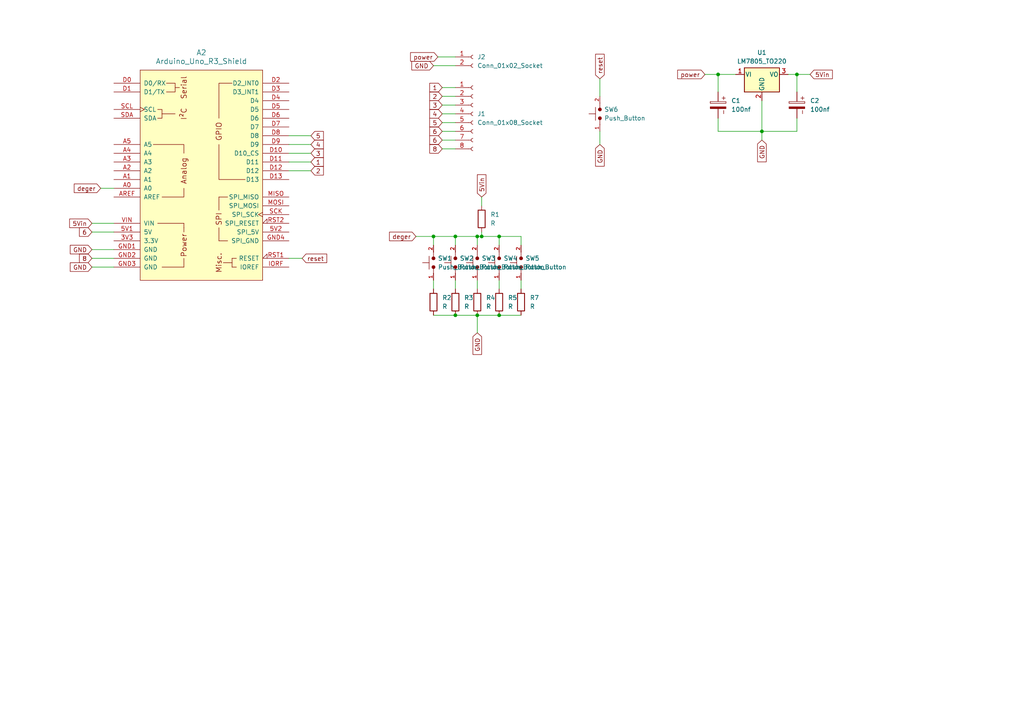
<source format=kicad_sch>
(kicad_sch (version 20230121) (generator eeschema)

  (uuid 2f6edd1a-f5f4-4feb-8b3b-cf0a9fde7d3d)

  (paper "A4")

  (lib_symbols
    (symbol "Connector:Conn_01x02_Socket" (pin_names (offset 1.016) hide) (in_bom yes) (on_board yes)
      (property "Reference" "J" (at 0 2.54 0)
        (effects (font (size 1.27 1.27)))
      )
      (property "Value" "Conn_01x02_Socket" (at 0 -5.08 0)
        (effects (font (size 1.27 1.27)))
      )
      (property "Footprint" "" (at 0 0 0)
        (effects (font (size 1.27 1.27)) hide)
      )
      (property "Datasheet" "~" (at 0 0 0)
        (effects (font (size 1.27 1.27)) hide)
      )
      (property "ki_locked" "" (at 0 0 0)
        (effects (font (size 1.27 1.27)))
      )
      (property "ki_keywords" "connector" (at 0 0 0)
        (effects (font (size 1.27 1.27)) hide)
      )
      (property "ki_description" "Generic connector, single row, 01x02, script generated" (at 0 0 0)
        (effects (font (size 1.27 1.27)) hide)
      )
      (property "ki_fp_filters" "Connector*:*_1x??_*" (at 0 0 0)
        (effects (font (size 1.27 1.27)) hide)
      )
      (symbol "Conn_01x02_Socket_1_1"
        (arc (start 0 -2.032) (mid -0.5058 -2.54) (end 0 -3.048)
          (stroke (width 0.1524) (type default))
          (fill (type none))
        )
        (polyline
          (pts
            (xy -1.27 -2.54)
            (xy -0.508 -2.54)
          )
          (stroke (width 0.1524) (type default))
          (fill (type none))
        )
        (polyline
          (pts
            (xy -1.27 0)
            (xy -0.508 0)
          )
          (stroke (width 0.1524) (type default))
          (fill (type none))
        )
        (arc (start 0 0.508) (mid -0.5058 0) (end 0 -0.508)
          (stroke (width 0.1524) (type default))
          (fill (type none))
        )
        (pin passive line (at -5.08 0 0) (length 3.81)
          (name "Pin_1" (effects (font (size 1.27 1.27))))
          (number "1" (effects (font (size 1.27 1.27))))
        )
        (pin passive line (at -5.08 -2.54 0) (length 3.81)
          (name "Pin_2" (effects (font (size 1.27 1.27))))
          (number "2" (effects (font (size 1.27 1.27))))
        )
      )
    )
    (symbol "Connector:Conn_01x08_Socket" (pin_names (offset 1.016) hide) (in_bom yes) (on_board yes)
      (property "Reference" "J" (at 0 10.16 0)
        (effects (font (size 1.27 1.27)))
      )
      (property "Value" "Conn_01x08_Socket" (at 0 -12.7 0)
        (effects (font (size 1.27 1.27)))
      )
      (property "Footprint" "" (at 0 0 0)
        (effects (font (size 1.27 1.27)) hide)
      )
      (property "Datasheet" "~" (at 0 0 0)
        (effects (font (size 1.27 1.27)) hide)
      )
      (property "ki_locked" "" (at 0 0 0)
        (effects (font (size 1.27 1.27)))
      )
      (property "ki_keywords" "connector" (at 0 0 0)
        (effects (font (size 1.27 1.27)) hide)
      )
      (property "ki_description" "Generic connector, single row, 01x08, script generated" (at 0 0 0)
        (effects (font (size 1.27 1.27)) hide)
      )
      (property "ki_fp_filters" "Connector*:*_1x??_*" (at 0 0 0)
        (effects (font (size 1.27 1.27)) hide)
      )
      (symbol "Conn_01x08_Socket_1_1"
        (arc (start 0 -9.652) (mid -0.5058 -10.16) (end 0 -10.668)
          (stroke (width 0.1524) (type default))
          (fill (type none))
        )
        (arc (start 0 -7.112) (mid -0.5058 -7.62) (end 0 -8.128)
          (stroke (width 0.1524) (type default))
          (fill (type none))
        )
        (arc (start 0 -4.572) (mid -0.5058 -5.08) (end 0 -5.588)
          (stroke (width 0.1524) (type default))
          (fill (type none))
        )
        (arc (start 0 -2.032) (mid -0.5058 -2.54) (end 0 -3.048)
          (stroke (width 0.1524) (type default))
          (fill (type none))
        )
        (polyline
          (pts
            (xy -1.27 -10.16)
            (xy -0.508 -10.16)
          )
          (stroke (width 0.1524) (type default))
          (fill (type none))
        )
        (polyline
          (pts
            (xy -1.27 -7.62)
            (xy -0.508 -7.62)
          )
          (stroke (width 0.1524) (type default))
          (fill (type none))
        )
        (polyline
          (pts
            (xy -1.27 -5.08)
            (xy -0.508 -5.08)
          )
          (stroke (width 0.1524) (type default))
          (fill (type none))
        )
        (polyline
          (pts
            (xy -1.27 -2.54)
            (xy -0.508 -2.54)
          )
          (stroke (width 0.1524) (type default))
          (fill (type none))
        )
        (polyline
          (pts
            (xy -1.27 0)
            (xy -0.508 0)
          )
          (stroke (width 0.1524) (type default))
          (fill (type none))
        )
        (polyline
          (pts
            (xy -1.27 2.54)
            (xy -0.508 2.54)
          )
          (stroke (width 0.1524) (type default))
          (fill (type none))
        )
        (polyline
          (pts
            (xy -1.27 5.08)
            (xy -0.508 5.08)
          )
          (stroke (width 0.1524) (type default))
          (fill (type none))
        )
        (polyline
          (pts
            (xy -1.27 7.62)
            (xy -0.508 7.62)
          )
          (stroke (width 0.1524) (type default))
          (fill (type none))
        )
        (arc (start 0 0.508) (mid -0.5058 0) (end 0 -0.508)
          (stroke (width 0.1524) (type default))
          (fill (type none))
        )
        (arc (start 0 3.048) (mid -0.5058 2.54) (end 0 2.032)
          (stroke (width 0.1524) (type default))
          (fill (type none))
        )
        (arc (start 0 5.588) (mid -0.5058 5.08) (end 0 4.572)
          (stroke (width 0.1524) (type default))
          (fill (type none))
        )
        (arc (start 0 8.128) (mid -0.5058 7.62) (end 0 7.112)
          (stroke (width 0.1524) (type default))
          (fill (type none))
        )
        (pin passive line (at -5.08 7.62 0) (length 3.81)
          (name "Pin_1" (effects (font (size 1.27 1.27))))
          (number "1" (effects (font (size 1.27 1.27))))
        )
        (pin passive line (at -5.08 5.08 0) (length 3.81)
          (name "Pin_2" (effects (font (size 1.27 1.27))))
          (number "2" (effects (font (size 1.27 1.27))))
        )
        (pin passive line (at -5.08 2.54 0) (length 3.81)
          (name "Pin_3" (effects (font (size 1.27 1.27))))
          (number "3" (effects (font (size 1.27 1.27))))
        )
        (pin passive line (at -5.08 0 0) (length 3.81)
          (name "Pin_4" (effects (font (size 1.27 1.27))))
          (number "4" (effects (font (size 1.27 1.27))))
        )
        (pin passive line (at -5.08 -2.54 0) (length 3.81)
          (name "Pin_5" (effects (font (size 1.27 1.27))))
          (number "5" (effects (font (size 1.27 1.27))))
        )
        (pin passive line (at -5.08 -5.08 0) (length 3.81)
          (name "Pin_6" (effects (font (size 1.27 1.27))))
          (number "6" (effects (font (size 1.27 1.27))))
        )
        (pin passive line (at -5.08 -7.62 0) (length 3.81)
          (name "Pin_7" (effects (font (size 1.27 1.27))))
          (number "7" (effects (font (size 1.27 1.27))))
        )
        (pin passive line (at -5.08 -10.16 0) (length 3.81)
          (name "Pin_8" (effects (font (size 1.27 1.27))))
          (number "8" (effects (font (size 1.27 1.27))))
        )
      )
    )
    (symbol "Device:R" (pin_numbers hide) (pin_names (offset 0)) (in_bom yes) (on_board yes)
      (property "Reference" "R" (at 2.032 0 90)
        (effects (font (size 1.27 1.27)))
      )
      (property "Value" "R" (at 0 0 90)
        (effects (font (size 1.27 1.27)))
      )
      (property "Footprint" "" (at -1.778 0 90)
        (effects (font (size 1.27 1.27)) hide)
      )
      (property "Datasheet" "~" (at 0 0 0)
        (effects (font (size 1.27 1.27)) hide)
      )
      (property "ki_keywords" "R res resistor" (at 0 0 0)
        (effects (font (size 1.27 1.27)) hide)
      )
      (property "ki_description" "Resistor" (at 0 0 0)
        (effects (font (size 1.27 1.27)) hide)
      )
      (property "ki_fp_filters" "R_*" (at 0 0 0)
        (effects (font (size 1.27 1.27)) hide)
      )
      (symbol "R_0_1"
        (rectangle (start -1.016 -2.54) (end 1.016 2.54)
          (stroke (width 0.254) (type default))
          (fill (type none))
        )
      )
      (symbol "R_1_1"
        (pin passive line (at 0 3.81 270) (length 1.27)
          (name "~" (effects (font (size 1.27 1.27))))
          (number "1" (effects (font (size 1.27 1.27))))
        )
        (pin passive line (at 0 -3.81 90) (length 1.27)
          (name "~" (effects (font (size 1.27 1.27))))
          (number "2" (effects (font (size 1.27 1.27))))
        )
      )
    )
    (symbol "PCM_SL_Capacitors:220uF_16V" (in_bom yes) (on_board yes)
      (property "Reference" "C" (at 0 7.62 0)
        (effects (font (size 1.27 1.27)))
      )
      (property "Value" "220uF_16V" (at 0 5.08 0)
        (effects (font (size 1.27 1.27)))
      )
      (property "Footprint" "Capacitor_THT:CP_Radial_D8.0mm_P3.50mm" (at 0.762 -3.81 0)
        (effects (font (size 1.27 1.27)) hide)
      )
      (property "Datasheet" "" (at 0.508 0 0)
        (effects (font (size 1.27 1.27)) hide)
      )
      (property "ki_keywords" "Electrolytic Capacitor" (at 0 0 0)
        (effects (font (size 1.27 1.27)) hide)
      )
      (property "ki_description" "220uF, 16V Electrolytic Capacitor" (at 0 0 0)
        (effects (font (size 1.27 1.27)) hide)
      )
      (property "ki_fp_filters" "Capacitor_THT:CP_Radial_D5.0mm_* Capacitor_THT:CP_Radial_D4.0mm_* Capacitor_THT:CP_Radial_D6.3mm_* Capacitor_THT:CP_Radial_D7.5mm_* Capacitor_THT:CP_Radial_D8.0mm_* Capacitor_THT:CP_Radial_D10.0mm_* Capacitor_THT:CP_Radial_D14.0mm_* Capacitor_THT:CP_Radial_D16.0mm_* Capacitor_THT:CP_Radial_D18.0mm_*" (at 0 0 0)
        (effects (font (size 1.27 1.27)) hide)
      )
      (symbol "220uF_16V_0_0"
        (text "+" (at -2.032 1.524 0)
          (effects (font (size 1.27 1.27)))
        )
        (text "-" (at 2.032 1.524 0)
          (effects (font (size 1.27 1.27)))
        )
      )
      (symbol "220uF_16V_0_1"
        (rectangle (start -1.016 -2.286) (end -0.508 2.286)
          (stroke (width 0) (type default))
          (fill (type none))
        )
        (rectangle (start 0.508 -2.286) (end 1.016 2.286)
          (stroke (width 0) (type default))
          (fill (type outline))
        )
      )
      (symbol "220uF_16V_1_1"
        (pin passive line (at -3.81 0 0) (length 2.7)
          (name "~" (effects (font (size 0 0))))
          (number "1" (effects (font (size 0 0))))
        )
        (pin input line (at 3.81 0 180) (length 2.7)
          (name "~" (effects (font (size 0 0))))
          (number "2" (effects (font (size 0 0))))
        )
      )
    )
    (symbol "PCM_SL_Devices:Push_Button" (in_bom yes) (on_board yes)
      (property "Reference" "SW" (at 0 6.35 0)
        (effects (font (size 1.27 1.27)))
      )
      (property "Value" "Push_Button" (at 0 4.445 0)
        (effects (font (size 1.27 1.27)))
      )
      (property "Footprint" "Button_Switch_THT:SW_PUSH_6mm" (at -0.127 -3.175 0)
        (effects (font (size 1.27 1.27)) hide)
      )
      (property "Datasheet" "" (at 0 0 0)
        (effects (font (size 1.27 1.27)) hide)
      )
      (property "ki_keywords" "Switch" (at 0 0 0)
        (effects (font (size 1.27 1.27)) hide)
      )
      (property "ki_description" "Common 6mmx6mm Push Button" (at 0 0 0)
        (effects (font (size 1.27 1.27)) hide)
      )
      (symbol "Push_Button_0_1"
        (circle (center -1.27 0) (radius 0.4579)
          (stroke (width 0) (type default))
          (fill (type outline))
        )
        (polyline
          (pts
            (xy -3.175 0)
            (xy -1.778 0)
          )
          (stroke (width 0) (type default))
          (fill (type none))
        )
        (polyline
          (pts
            (xy -1.905 1.27)
            (xy 1.905 1.27)
          )
          (stroke (width 0) (type default))
          (fill (type none))
        )
        (polyline
          (pts
            (xy 0 1.27)
            (xy 0 3.175)
          )
          (stroke (width 0) (type default))
          (fill (type none))
        )
        (polyline
          (pts
            (xy 1.778 0)
            (xy 3.175 0)
          )
          (stroke (width 0) (type default))
          (fill (type none))
        )
        (circle (center 1.27 0) (radius 0.4579)
          (stroke (width 0) (type default))
          (fill (type outline))
        )
      )
      (symbol "Push_Button_1_1"
        (pin passive line (at -5.08 0 0) (length 2)
          (name "" (effects (font (size 1.27 1.27))))
          (number "1" (effects (font (size 1 1))))
        )
        (pin passive line (at 5.08 0 180) (length 2)
          (name "" (effects (font (size 1.27 1.27))))
          (number "2" (effects (font (size 1 1))))
        )
      )
    )
    (symbol "PCM_arduino-library:Arduino_Uno_R3_Shield" (pin_names (offset 1.016)) (in_bom yes) (on_board yes)
      (property "Reference" "A" (at 0 36.83 0)
        (effects (font (size 1.524 1.524)))
      )
      (property "Value" "Arduino_Uno_R3_Shield" (at 0 33.02 0)
        (effects (font (size 1.524 1.524)))
      )
      (property "Footprint" "PCM_arduino-library:Arduino_Uno_R3_Shield" (at 0 -38.1 0)
        (effects (font (size 1.524 1.524)) hide)
      )
      (property "Datasheet" "https://docs.arduino.cc/hardware/uno-rev3" (at 0 -34.29 0)
        (effects (font (size 1.524 1.524)) hide)
      )
      (property "ki_keywords" "Arduino MPU Shield" (at 0 0 0)
        (effects (font (size 1.27 1.27)) hide)
      )
      (property "ki_description" "Shield for Arduino Uno R3" (at 0 0 0)
        (effects (font (size 1.27 1.27)) hide)
      )
      (property "ki_fp_filters" "Arduino_Uno_R3_Shield" (at 0 0 0)
        (effects (font (size 1.27 1.27)) hide)
      )
      (symbol "Arduino_Uno_R3_Shield_0_0"
        (rectangle (start -17.78 30.48) (end 17.78 -30.48)
          (stroke (width 0) (type default))
          (fill (type background))
        )
        (rectangle (start -12.7 -13.97) (end -5.08 -13.97)
          (stroke (width 0) (type default))
          (fill (type none))
        )
        (rectangle (start -11.43 -26.67) (end -5.08 -26.67)
          (stroke (width 0) (type default))
          (fill (type none))
        )
        (polyline
          (pts
            (xy -11.43 17.78)
            (xy -7.62 17.78)
          )
          (stroke (width 0) (type default))
          (fill (type none))
        )
        (polyline
          (pts
            (xy -7.62 25.4)
            (xy -6.35 25.4)
          )
          (stroke (width 0) (type default))
          (fill (type none))
        )
        (polyline
          (pts
            (xy -5.08 -26.67)
            (xy -5.08 -24.13)
          )
          (stroke (width 0) (type default))
          (fill (type none))
        )
        (polyline
          (pts
            (xy -5.08 -15.24)
            (xy -5.08 -16.51)
          )
          (stroke (width 0) (type default))
          (fill (type none))
        )
        (polyline
          (pts
            (xy -5.08 -13.97)
            (xy -5.08 -15.24)
          )
          (stroke (width 0) (type default))
          (fill (type none))
        )
        (polyline
          (pts
            (xy -5.08 -3.81)
            (xy -5.08 -6.35)
            (xy -11.43 -6.35)
          )
          (stroke (width 0) (type default))
          (fill (type none))
        )
        (polyline
          (pts
            (xy -5.08 6.35)
            (xy -5.08 8.89)
            (xy -13.97 8.89)
          )
          (stroke (width 0) (type default))
          (fill (type none))
        )
        (polyline
          (pts
            (xy 5.08 8.89)
            (xy 5.08 -1.27)
            (xy 12.7 -1.27)
          )
          (stroke (width 0) (type default))
          (fill (type none))
        )
        (polyline
          (pts
            (xy 5.08 16.51)
            (xy 5.08 26.67)
            (xy 8.89 26.67)
          )
          (stroke (width 0) (type default))
          (fill (type none))
        )
        (polyline
          (pts
            (xy -12.7 19.05)
            (xy -11.43 19.05)
            (xy -11.43 16.51)
            (xy -12.7 16.51)
          )
          (stroke (width 0) (type default))
          (fill (type none))
        )
        (polyline
          (pts
            (xy -10.16 26.67)
            (xy -7.62 26.67)
            (xy -7.62 24.13)
            (xy -10.16 24.13)
          )
          (stroke (width 0) (type default))
          (fill (type none))
        )
        (rectangle (start 5.08 -19.05) (end 5.08 -15.24)
          (stroke (width 0) (type default))
          (fill (type none))
        )
        (rectangle (start 5.08 -19.05) (end 7.62 -19.05)
          (stroke (width 0) (type default))
          (fill (type none))
        )
        (rectangle (start 5.08 -10.16) (end 5.08 -6.35)
          (stroke (width 0) (type default))
          (fill (type none))
        )
        (rectangle (start 7.62 -6.35) (end 5.08 -6.35)
          (stroke (width 0) (type default))
          (fill (type none))
        )
        (rectangle (start 8.89 -25.4) (end 6.35 -25.4)
          (stroke (width 0) (type default))
          (fill (type none))
        )
        (rectangle (start 8.89 -24.13) (end 8.89 -26.67)
          (stroke (width 0) (type default))
          (fill (type none))
        )
        (rectangle (start 10.16 -26.67) (end 8.89 -26.67)
          (stroke (width 0) (type default))
          (fill (type none))
        )
        (rectangle (start 10.16 -24.13) (end 8.89 -24.13)
          (stroke (width 0) (type default))
          (fill (type none))
        )
        (text "Analog" (at -5.08 1.27 900)
          (effects (font (size 1.524 1.524)))
        )
        (text "I²C" (at -5.08 17.78 900)
          (effects (font (size 1.524 1.524)))
        )
        (text "Misc." (at 5.08 -25.4 900)
          (effects (font (size 1.524 1.524)))
        )
        (text "Power" (at -5.08 -20.32 900)
          (effects (font (size 1.524 1.524)))
        )
        (text "Serial" (at -5.08 25.4 900)
          (effects (font (size 1.524 1.524)))
        )
        (text "SPI" (at 5.08 -12.7 900)
          (effects (font (size 1.524 1.524)))
        )
      )
      (symbol "Arduino_Uno_R3_Shield_1_0"
        (text "GPIO" (at 5.08 12.7 900)
          (effects (font (size 1.524 1.524)))
        )
      )
      (symbol "Arduino_Uno_R3_Shield_1_1"
        (pin power_out line (at -25.4 -19.05 0) (length 7.62)
          (name "3.3V" (effects (font (size 1.27 1.27))))
          (number "3V3" (effects (font (size 1.27 1.27))))
        )
        (pin power_in line (at -25.4 -16.51 0) (length 7.62)
          (name "5V" (effects (font (size 1.27 1.27))))
          (number "5V1" (effects (font (size 1.27 1.27))))
        )
        (pin power_in line (at 25.4 -16.51 180) (length 7.62)
          (name "SPI_5V" (effects (font (size 1.27 1.27))))
          (number "5V2" (effects (font (size 1.27 1.27))))
        )
        (pin bidirectional line (at -25.4 -3.81 0) (length 7.62)
          (name "A0" (effects (font (size 1.27 1.27))))
          (number "A0" (effects (font (size 1.27 1.27))))
        )
        (pin bidirectional line (at -25.4 -1.27 0) (length 7.62)
          (name "A1" (effects (font (size 1.27 1.27))))
          (number "A1" (effects (font (size 1.27 1.27))))
        )
        (pin bidirectional line (at -25.4 1.27 0) (length 7.62)
          (name "A2" (effects (font (size 1.27 1.27))))
          (number "A2" (effects (font (size 1.27 1.27))))
        )
        (pin bidirectional line (at -25.4 3.81 0) (length 7.62)
          (name "A3" (effects (font (size 1.27 1.27))))
          (number "A3" (effects (font (size 1.27 1.27))))
        )
        (pin bidirectional line (at -25.4 6.35 0) (length 7.62)
          (name "A4" (effects (font (size 1.27 1.27))))
          (number "A4" (effects (font (size 1.27 1.27))))
        )
        (pin bidirectional line (at -25.4 8.89 0) (length 7.62)
          (name "A5" (effects (font (size 1.27 1.27))))
          (number "A5" (effects (font (size 1.27 1.27))))
        )
        (pin input line (at -25.4 -6.35 0) (length 7.62)
          (name "AREF" (effects (font (size 1.27 1.27))))
          (number "AREF" (effects (font (size 1.27 1.27))))
        )
        (pin bidirectional line (at -25.4 26.67 0) (length 7.62)
          (name "D0/RX" (effects (font (size 1.27 1.27))))
          (number "D0" (effects (font (size 1.27 1.27))))
        )
        (pin bidirectional line (at -25.4 24.13 0) (length 7.62)
          (name "D1/TX" (effects (font (size 1.27 1.27))))
          (number "D1" (effects (font (size 1.27 1.27))))
        )
        (pin bidirectional line (at 25.4 6.35 180) (length 7.62)
          (name "D10_CS" (effects (font (size 1.27 1.27))))
          (number "D10" (effects (font (size 1.27 1.27))))
        )
        (pin bidirectional line (at 25.4 3.81 180) (length 7.62)
          (name "D11" (effects (font (size 1.27 1.27))))
          (number "D11" (effects (font (size 1.27 1.27))))
        )
        (pin bidirectional line (at 25.4 1.27 180) (length 7.62)
          (name "D12" (effects (font (size 1.27 1.27))))
          (number "D12" (effects (font (size 1.27 1.27))))
        )
        (pin bidirectional line (at 25.4 -1.27 180) (length 7.62)
          (name "D13" (effects (font (size 1.27 1.27))))
          (number "D13" (effects (font (size 1.27 1.27))))
        )
        (pin bidirectional line (at 25.4 26.67 180) (length 7.62)
          (name "D2_INT0" (effects (font (size 1.27 1.27))))
          (number "D2" (effects (font (size 1.27 1.27))))
        )
        (pin bidirectional line (at 25.4 24.13 180) (length 7.62)
          (name "D3_INT1" (effects (font (size 1.27 1.27))))
          (number "D3" (effects (font (size 1.27 1.27))))
        )
        (pin bidirectional line (at 25.4 21.59 180) (length 7.62)
          (name "D4" (effects (font (size 1.27 1.27))))
          (number "D4" (effects (font (size 1.27 1.27))))
        )
        (pin bidirectional line (at 25.4 19.05 180) (length 7.62)
          (name "D5" (effects (font (size 1.27 1.27))))
          (number "D5" (effects (font (size 1.27 1.27))))
        )
        (pin bidirectional line (at 25.4 16.51 180) (length 7.62)
          (name "D6" (effects (font (size 1.27 1.27))))
          (number "D6" (effects (font (size 1.27 1.27))))
        )
        (pin bidirectional line (at 25.4 13.97 180) (length 7.62)
          (name "D7" (effects (font (size 1.27 1.27))))
          (number "D7" (effects (font (size 1.27 1.27))))
        )
        (pin bidirectional line (at 25.4 11.43 180) (length 7.62)
          (name "D8" (effects (font (size 1.27 1.27))))
          (number "D8" (effects (font (size 1.27 1.27))))
        )
        (pin bidirectional line (at 25.4 8.89 180) (length 7.62)
          (name "D9" (effects (font (size 1.27 1.27))))
          (number "D9" (effects (font (size 1.27 1.27))))
        )
        (pin power_in line (at -25.4 -21.59 0) (length 7.62)
          (name "GND" (effects (font (size 1.27 1.27))))
          (number "GND1" (effects (font (size 1.27 1.27))))
        )
        (pin power_in line (at -25.4 -24.13 0) (length 7.62)
          (name "GND" (effects (font (size 1.27 1.27))))
          (number "GND2" (effects (font (size 1.27 1.27))))
        )
        (pin power_in line (at -25.4 -26.67 0) (length 7.62)
          (name "GND" (effects (font (size 1.27 1.27))))
          (number "GND3" (effects (font (size 1.27 1.27))))
        )
        (pin power_in line (at 25.4 -19.05 180) (length 7.62)
          (name "SPI_GND" (effects (font (size 1.27 1.27))))
          (number "GND4" (effects (font (size 1.27 1.27))))
        )
        (pin output line (at 25.4 -26.67 180) (length 7.62)
          (name "IOREF" (effects (font (size 1.27 1.27))))
          (number "IORF" (effects (font (size 1.27 1.27))))
        )
        (pin input line (at 25.4 -6.35 180) (length 7.62)
          (name "SPI_MISO" (effects (font (size 1.27 1.27))))
          (number "MISO" (effects (font (size 1.27 1.27))))
        )
        (pin output line (at 25.4 -8.89 180) (length 7.62)
          (name "SPI_MOSI" (effects (font (size 1.27 1.27))))
          (number "MOSI" (effects (font (size 1.27 1.27))))
        )
        (pin open_collector input_low (at 25.4 -24.13 180) (length 7.62)
          (name "RESET" (effects (font (size 1.27 1.27))))
          (number "RST1" (effects (font (size 1.27 1.27))))
        )
        (pin open_collector input_low (at 25.4 -13.97 180) (length 7.62)
          (name "SPI_RESET" (effects (font (size 1.27 1.27))))
          (number "RST2" (effects (font (size 1.27 1.27))))
        )
        (pin output clock (at 25.4 -11.43 180) (length 7.62)
          (name "SPI_SCK" (effects (font (size 1.27 1.27))))
          (number "SCK" (effects (font (size 1.27 1.27))))
        )
        (pin bidirectional clock (at -25.4 19.05 0) (length 7.62)
          (name "SCL" (effects (font (size 1.27 1.27))))
          (number "SCL" (effects (font (size 1.27 1.27))))
        )
        (pin bidirectional line (at -25.4 16.51 0) (length 7.62)
          (name "SDA" (effects (font (size 1.27 1.27))))
          (number "SDA" (effects (font (size 1.27 1.27))))
        )
        (pin power_in line (at -25.4 -13.97 0) (length 7.62)
          (name "VIN" (effects (font (size 1.27 1.27))))
          (number "VIN" (effects (font (size 1.27 1.27))))
        )
      )
    )
    (symbol "Regulator_Linear:LM7805_TO220" (pin_names (offset 0.254)) (in_bom yes) (on_board yes)
      (property "Reference" "U" (at -3.81 3.175 0)
        (effects (font (size 1.27 1.27)))
      )
      (property "Value" "LM7805_TO220" (at 0 3.175 0)
        (effects (font (size 1.27 1.27)) (justify left))
      )
      (property "Footprint" "Package_TO_SOT_THT:TO-220-3_Vertical" (at 0 5.715 0)
        (effects (font (size 1.27 1.27) italic) hide)
      )
      (property "Datasheet" "https://www.onsemi.cn/PowerSolutions/document/MC7800-D.PDF" (at 0 -1.27 0)
        (effects (font (size 1.27 1.27)) hide)
      )
      (property "ki_keywords" "Voltage Regulator 1A Positive" (at 0 0 0)
        (effects (font (size 1.27 1.27)) hide)
      )
      (property "ki_description" "Positive 1A 35V Linear Regulator, Fixed Output 5V, TO-220" (at 0 0 0)
        (effects (font (size 1.27 1.27)) hide)
      )
      (property "ki_fp_filters" "TO?220*" (at 0 0 0)
        (effects (font (size 1.27 1.27)) hide)
      )
      (symbol "LM7805_TO220_0_1"
        (rectangle (start -5.08 1.905) (end 5.08 -5.08)
          (stroke (width 0.254) (type default))
          (fill (type background))
        )
      )
      (symbol "LM7805_TO220_1_1"
        (pin power_in line (at -7.62 0 0) (length 2.54)
          (name "VI" (effects (font (size 1.27 1.27))))
          (number "1" (effects (font (size 1.27 1.27))))
        )
        (pin power_in line (at 0 -7.62 90) (length 2.54)
          (name "GND" (effects (font (size 1.27 1.27))))
          (number "2" (effects (font (size 1.27 1.27))))
        )
        (pin power_out line (at 7.62 0 180) (length 2.54)
          (name "VO" (effects (font (size 1.27 1.27))))
          (number "3" (effects (font (size 1.27 1.27))))
        )
      )
    )
  )

  (junction (at 138.43 68.58) (diameter 0) (color 0 0 0 0)
    (uuid 1084c10e-742d-46ad-baf2-2cf3f519b6fb)
  )
  (junction (at 132.08 91.44) (diameter 0) (color 0 0 0 0)
    (uuid 171bc3b8-a6ab-4f5c-9c65-4b28813d6072)
  )
  (junction (at 132.08 68.58) (diameter 0) (color 0 0 0 0)
    (uuid 28c15150-a2ac-4178-a8df-a445ace4f9d4)
  )
  (junction (at 125.73 68.58) (diameter 0) (color 0 0 0 0)
    (uuid 32d9247d-7ea1-4a18-a0be-6105dd1dfedd)
  )
  (junction (at 139.7 68.58) (diameter 0) (color 0 0 0 0)
    (uuid 3ad407c5-d51b-4e92-9f16-ef368bde2bab)
  )
  (junction (at 138.43 91.44) (diameter 0) (color 0 0 0 0)
    (uuid 5562e6cd-4b46-4ec4-8dde-85b050bb3b82)
  )
  (junction (at 208.28 21.59) (diameter 0) (color 0 0 0 0)
    (uuid 63fafd2e-8592-40b4-a18a-b077fbff2210)
  )
  (junction (at 231.14 21.59) (diameter 0) (color 0 0 0 0)
    (uuid 68682766-9748-462c-82cb-e74fd8f93b30)
  )
  (junction (at 144.78 68.58) (diameter 0) (color 0 0 0 0)
    (uuid 862178a2-da75-40dd-9d35-d6a35f6ef156)
  )
  (junction (at 220.98 38.1) (diameter 0) (color 0 0 0 0)
    (uuid 9fdce967-aa6a-4373-866a-d28e28d5eed9)
  )
  (junction (at 144.78 91.44) (diameter 0) (color 0 0 0 0)
    (uuid cc5afc90-0177-4ac0-baa9-cd6dd45663cd)
  )

  (wire (pts (xy 144.78 71.12) (xy 144.78 68.58))
    (stroke (width 0) (type default))
    (uuid 00eaaad7-9ec7-486a-83f3-0132ee760774)
  )
  (wire (pts (xy 231.14 38.1) (xy 231.14 34.29))
    (stroke (width 0) (type default))
    (uuid 0c55c310-3d01-4672-83e1-2ad060154ae3)
  )
  (wire (pts (xy 138.43 91.44) (xy 138.43 96.52))
    (stroke (width 0) (type default))
    (uuid 0c7eb3fb-bad3-423e-bbcf-1f01b45f63cf)
  )
  (wire (pts (xy 125.73 68.58) (xy 132.08 68.58))
    (stroke (width 0) (type default))
    (uuid 0d159fe4-35bd-421d-98af-96a354cbae7e)
  )
  (wire (pts (xy 26.67 72.39) (xy 33.02 72.39))
    (stroke (width 0) (type default))
    (uuid 0e9cd33a-df8a-4bcd-bb01-8cc3b1057f88)
  )
  (wire (pts (xy 125.73 81.28) (xy 125.73 83.82))
    (stroke (width 0) (type default))
    (uuid 1880798c-7e35-4671-a98f-99ef6e50d683)
  )
  (wire (pts (xy 220.98 40.64) (xy 220.98 38.1))
    (stroke (width 0) (type default))
    (uuid 1dd8748e-c2df-479a-b77f-1695944a750e)
  )
  (wire (pts (xy 173.99 38.1) (xy 173.99 41.91))
    (stroke (width 0) (type default))
    (uuid 20b65e9d-36e7-4f44-a1b1-ce1630922415)
  )
  (wire (pts (xy 127 16.51) (xy 132.08 16.51))
    (stroke (width 0) (type default))
    (uuid 215f5ee0-5c79-4e35-b876-443086e2eb77)
  )
  (wire (pts (xy 83.82 49.53) (xy 90.17 49.53))
    (stroke (width 0) (type default))
    (uuid 2b780b29-6d7d-457c-a3c0-abfa6e7e0b76)
  )
  (wire (pts (xy 120.65 68.58) (xy 125.73 68.58))
    (stroke (width 0) (type default))
    (uuid 2d15eebf-ccfa-4058-b43e-bd74d219fb18)
  )
  (wire (pts (xy 204.47 21.59) (xy 208.28 21.59))
    (stroke (width 0) (type default))
    (uuid 3393606b-da62-4296-b795-34e96df47279)
  )
  (wire (pts (xy 29.21 54.61) (xy 33.02 54.61))
    (stroke (width 0) (type default))
    (uuid 3472d5b9-e552-498f-a3ce-457da854bf5f)
  )
  (wire (pts (xy 128.27 40.64) (xy 132.08 40.64))
    (stroke (width 0) (type default))
    (uuid 387aad3f-1a3a-41bd-a2f9-ac3891967b0f)
  )
  (wire (pts (xy 144.78 91.44) (xy 151.13 91.44))
    (stroke (width 0) (type default))
    (uuid 3b3869e4-6e7e-4f67-ad31-86caa4e461bb)
  )
  (wire (pts (xy 125.73 91.44) (xy 132.08 91.44))
    (stroke (width 0) (type default))
    (uuid 4f7d95e8-bce1-4ef6-82fe-7910a4a880ea)
  )
  (wire (pts (xy 220.98 29.21) (xy 220.98 38.1))
    (stroke (width 0) (type default))
    (uuid 53a26fe4-dcec-42a8-9fc9-a993e1fc941f)
  )
  (wire (pts (xy 144.78 68.58) (xy 139.7 68.58))
    (stroke (width 0) (type default))
    (uuid 53acc1e3-76ec-4433-a67d-e498e01ca216)
  )
  (wire (pts (xy 125.73 71.12) (xy 125.73 68.58))
    (stroke (width 0) (type default))
    (uuid 56653cfd-6b4b-4eed-9acc-5a24943d8ec6)
  )
  (wire (pts (xy 83.82 41.91) (xy 90.17 41.91))
    (stroke (width 0) (type default))
    (uuid 583f97d3-99be-4d66-8d41-74237e68a405)
  )
  (wire (pts (xy 132.08 68.58) (xy 138.43 68.58))
    (stroke (width 0) (type default))
    (uuid 5c5b3d9c-5cef-4d6d-9dd1-0c1a6a6d025f)
  )
  (wire (pts (xy 208.28 26.67) (xy 208.28 21.59))
    (stroke (width 0) (type default))
    (uuid 5e8370c8-fd49-4203-97c1-ee94d76c2a91)
  )
  (wire (pts (xy 138.43 68.58) (xy 138.43 71.12))
    (stroke (width 0) (type default))
    (uuid 605928b7-c573-4c90-9947-4b1ad3015117)
  )
  (wire (pts (xy 208.28 38.1) (xy 208.28 34.29))
    (stroke (width 0) (type default))
    (uuid 6680a1f9-6b5f-425d-88c0-e449a0e59f14)
  )
  (wire (pts (xy 83.82 46.99) (xy 90.17 46.99))
    (stroke (width 0) (type default))
    (uuid 6bfcf5f2-af01-41c6-8876-398b8600273b)
  )
  (wire (pts (xy 83.82 39.37) (xy 90.17 39.37))
    (stroke (width 0) (type default))
    (uuid 709356d5-3855-4a39-8738-3f0ae0896bd2)
  )
  (wire (pts (xy 138.43 91.44) (xy 144.78 91.44))
    (stroke (width 0) (type default))
    (uuid 78b09f66-17bf-4110-a392-0a9df0924291)
  )
  (wire (pts (xy 128.27 30.48) (xy 132.08 30.48))
    (stroke (width 0) (type default))
    (uuid 7ae0c8c8-8f7a-485b-b549-6a8103e37e8f)
  )
  (wire (pts (xy 173.99 22.86) (xy 173.99 27.94))
    (stroke (width 0) (type default))
    (uuid 7fabed45-fd35-4c48-8ff5-2cb4aebfe59f)
  )
  (wire (pts (xy 220.98 38.1) (xy 231.14 38.1))
    (stroke (width 0) (type default))
    (uuid 83899eb6-e3ea-4baa-806b-21fbfcab7a4e)
  )
  (wire (pts (xy 151.13 81.28) (xy 151.13 83.82))
    (stroke (width 0) (type default))
    (uuid 84d6152d-6089-4857-97d4-b5d85242abbe)
  )
  (wire (pts (xy 128.27 27.94) (xy 132.08 27.94))
    (stroke (width 0) (type default))
    (uuid 88baa134-a234-4530-8406-0932fd8e65c6)
  )
  (wire (pts (xy 125.73 19.05) (xy 132.08 19.05))
    (stroke (width 0) (type default))
    (uuid 89037dc0-d208-433a-ada8-2bef42fa0e55)
  )
  (wire (pts (xy 138.43 81.28) (xy 138.43 83.82))
    (stroke (width 0) (type default))
    (uuid 8931a01a-deed-487b-8d42-186f3a596d7e)
  )
  (wire (pts (xy 33.02 67.31) (xy 26.67 67.31))
    (stroke (width 0) (type default))
    (uuid 8a06ce6b-7820-4dee-b0c5-9317cf1ebeff)
  )
  (wire (pts (xy 128.27 35.56) (xy 132.08 35.56))
    (stroke (width 0) (type default))
    (uuid 8cb6221b-0942-4f30-aecd-ba42b2ac25d7)
  )
  (wire (pts (xy 228.6 21.59) (xy 231.14 21.59))
    (stroke (width 0) (type default))
    (uuid 94d9579a-d1b7-43fa-8156-cb2970baaef5)
  )
  (wire (pts (xy 231.14 21.59) (xy 234.95 21.59))
    (stroke (width 0) (type default))
    (uuid 9b23a7c4-a434-4c80-aadd-736f0516ddf7)
  )
  (wire (pts (xy 26.67 74.93) (xy 33.02 74.93))
    (stroke (width 0) (type default))
    (uuid 9cde126a-76bc-4f32-a290-dad3d398e2cc)
  )
  (wire (pts (xy 208.28 21.59) (xy 213.36 21.59))
    (stroke (width 0) (type default))
    (uuid 9e4e4946-336e-40bc-b144-977d1c3862be)
  )
  (wire (pts (xy 231.14 21.59) (xy 231.14 26.67))
    (stroke (width 0) (type default))
    (uuid 9f9d37f9-d213-4409-834c-7e5bb2d620cf)
  )
  (wire (pts (xy 151.13 71.12) (xy 151.13 68.58))
    (stroke (width 0) (type default))
    (uuid a85a52e0-151d-49bb-8d36-a66002fe19a1)
  )
  (wire (pts (xy 138.43 68.58) (xy 139.7 68.58))
    (stroke (width 0) (type default))
    (uuid acd7a9dd-7c2e-4408-8204-c533f24ed944)
  )
  (wire (pts (xy 33.02 64.77) (xy 26.67 64.77))
    (stroke (width 0) (type default))
    (uuid b2136ce5-b056-4fa1-901e-bf41817d1bd2)
  )
  (wire (pts (xy 128.27 25.4) (xy 132.08 25.4))
    (stroke (width 0) (type default))
    (uuid c21e7fc5-8e5a-497d-924c-3d81024e6a2c)
  )
  (wire (pts (xy 83.82 44.45) (xy 90.17 44.45))
    (stroke (width 0) (type default))
    (uuid c3d243b5-feb2-488e-a410-6ebd565152bc)
  )
  (wire (pts (xy 132.08 81.28) (xy 132.08 83.82))
    (stroke (width 0) (type default))
    (uuid c5d8595a-af12-42f5-917d-c8f2da1d8e0f)
  )
  (wire (pts (xy 128.27 43.18) (xy 132.08 43.18))
    (stroke (width 0) (type default))
    (uuid ce376150-4299-4dd7-a7d7-c17919781b9a)
  )
  (wire (pts (xy 151.13 68.58) (xy 144.78 68.58))
    (stroke (width 0) (type default))
    (uuid d5747889-a29b-4940-846d-bbe056a1c4af)
  )
  (wire (pts (xy 144.78 81.28) (xy 144.78 83.82))
    (stroke (width 0) (type default))
    (uuid d6d21d73-973d-4fd1-91b0-528eab4073a0)
  )
  (wire (pts (xy 139.7 57.15) (xy 139.7 59.69))
    (stroke (width 0) (type default))
    (uuid d99a60be-56ba-4190-b4db-9df6fdbf9fe7)
  )
  (wire (pts (xy 208.28 38.1) (xy 220.98 38.1))
    (stroke (width 0) (type default))
    (uuid e555a430-b1e9-4795-9975-6b5e3abac712)
  )
  (wire (pts (xy 132.08 91.44) (xy 138.43 91.44))
    (stroke (width 0) (type default))
    (uuid e5f9a305-018b-4f67-82b5-4843266a6753)
  )
  (wire (pts (xy 128.27 33.02) (xy 132.08 33.02))
    (stroke (width 0) (type default))
    (uuid eb0e18dd-d55c-42e1-b2ff-18f3c3a682eb)
  )
  (wire (pts (xy 128.27 38.1) (xy 132.08 38.1))
    (stroke (width 0) (type default))
    (uuid ed730853-bc3f-44f2-b55b-122c042c36c6)
  )
  (wire (pts (xy 26.67 77.47) (xy 33.02 77.47))
    (stroke (width 0) (type default))
    (uuid f1b79762-0290-47b1-9554-9b310b1b0ec5)
  )
  (wire (pts (xy 83.82 74.93) (xy 87.63 74.93))
    (stroke (width 0) (type default))
    (uuid f30a5077-6ef0-49d4-9bb0-42b38389e274)
  )
  (wire (pts (xy 132.08 68.58) (xy 132.08 71.12))
    (stroke (width 0) (type default))
    (uuid f8568a0c-5403-403f-9536-73a314eac33f)
  )
  (wire (pts (xy 139.7 67.31) (xy 139.7 68.58))
    (stroke (width 0) (type default))
    (uuid fc141609-6f5f-45e9-8202-bebdaa8dd248)
  )

  (global_label "deger" (shape input) (at 29.21 54.61 180) (fields_autoplaced)
    (effects (font (size 1.27 1.27)) (justify right))
    (uuid 0448bb8f-1394-421a-8b9d-9235a7d8748e)
    (property "Intersheetrefs" "${INTERSHEET_REFS}" (at 20.9634 54.61 0)
      (effects (font (size 1.27 1.27)) (justify right) hide)
    )
  )
  (global_label "4" (shape input) (at 128.27 33.02 180) (fields_autoplaced)
    (effects (font (size 1.27 1.27)) (justify right))
    (uuid 059d96ef-f7e3-45d1-9473-12f1116fcf9b)
    (property "Intersheetrefs" "${INTERSHEET_REFS}" (at 124.0753 33.02 0)
      (effects (font (size 1.27 1.27)) (justify right) hide)
    )
  )
  (global_label "3" (shape input) (at 128.27 30.48 180) (fields_autoplaced)
    (effects (font (size 1.27 1.27)) (justify right))
    (uuid 05e9000c-3f20-4f4b-b68d-6999bb122cd3)
    (property "Intersheetrefs" "${INTERSHEET_REFS}" (at 124.0753 30.48 0)
      (effects (font (size 1.27 1.27)) (justify right) hide)
    )
  )
  (global_label "5" (shape input) (at 90.17 39.37 0) (fields_autoplaced)
    (effects (font (size 1.27 1.27)) (justify left))
    (uuid 07f7aeee-e012-46db-8d59-9d8a56afbe8f)
    (property "Intersheetrefs" "${INTERSHEET_REFS}" (at 94.3647 39.37 0)
      (effects (font (size 1.27 1.27)) (justify left) hide)
    )
  )
  (global_label "6" (shape input) (at 26.67 67.31 180) (fields_autoplaced)
    (effects (font (size 1.27 1.27)) (justify right))
    (uuid 14a0ce19-d5d2-4c33-809c-3fcf3912fe98)
    (property "Intersheetrefs" "${INTERSHEET_REFS}" (at 22.4753 67.31 0)
      (effects (font (size 1.27 1.27)) (justify right) hide)
    )
  )
  (global_label "8" (shape input) (at 128.27 43.18 180) (fields_autoplaced)
    (effects (font (size 1.27 1.27)) (justify right))
    (uuid 34e2431b-f3ed-4532-a9d5-0cfb92e8cd0e)
    (property "Intersheetrefs" "${INTERSHEET_REFS}" (at 124.0753 43.18 0)
      (effects (font (size 1.27 1.27)) (justify right) hide)
    )
  )
  (global_label "power" (shape input) (at 204.47 21.59 180) (fields_autoplaced)
    (effects (font (size 1.27 1.27)) (justify right))
    (uuid 56b8f51e-a215-4521-93b0-d7862180009a)
    (property "Intersheetrefs" "${INTERSHEET_REFS}" (at 195.9815 21.59 0)
      (effects (font (size 1.27 1.27)) (justify right) hide)
    )
  )
  (global_label "power" (shape input) (at 127 16.51 180) (fields_autoplaced)
    (effects (font (size 1.27 1.27)) (justify right))
    (uuid 56c88969-c45e-4750-901f-01191f78f9b0)
    (property "Intersheetrefs" "${INTERSHEET_REFS}" (at 118.5115 16.51 0)
      (effects (font (size 1.27 1.27)) (justify right) hide)
    )
  )
  (global_label "5Vin" (shape input) (at 26.67 64.77 180) (fields_autoplaced)
    (effects (font (size 1.27 1.27)) (justify right))
    (uuid 5d8dd6a5-e2d8-4449-9f48-437c2a88910a)
    (property "Intersheetrefs" "${INTERSHEET_REFS}" (at 19.6329 64.77 0)
      (effects (font (size 1.27 1.27)) (justify right) hide)
    )
  )
  (global_label "GND" (shape input) (at 26.67 72.39 180) (fields_autoplaced)
    (effects (font (size 1.27 1.27)) (justify right))
    (uuid 65ec507e-0841-4777-9f2b-9202d971770a)
    (property "Intersheetrefs" "${INTERSHEET_REFS}" (at 19.8143 72.39 0)
      (effects (font (size 1.27 1.27)) (justify right) hide)
    )
  )
  (global_label "2" (shape input) (at 90.17 49.53 0) (fields_autoplaced)
    (effects (font (size 1.27 1.27)) (justify left))
    (uuid 662c86bb-17b7-4103-849a-ef6b7904e120)
    (property "Intersheetrefs" "${INTERSHEET_REFS}" (at 94.3647 49.53 0)
      (effects (font (size 1.27 1.27)) (justify left) hide)
    )
  )
  (global_label "3" (shape input) (at 90.17 44.45 0) (fields_autoplaced)
    (effects (font (size 1.27 1.27)) (justify left))
    (uuid 6ef8c5b8-292a-4eae-9eb9-1cf56359dd9c)
    (property "Intersheetrefs" "${INTERSHEET_REFS}" (at 94.3647 44.45 0)
      (effects (font (size 1.27 1.27)) (justify left) hide)
    )
  )
  (global_label "5Vin" (shape input) (at 234.95 21.59 0) (fields_autoplaced)
    (effects (font (size 1.27 1.27)) (justify left))
    (uuid 72de8de6-fe41-4349-ad12-b7b796400bc2)
    (property "Intersheetrefs" "${INTERSHEET_REFS}" (at 241.9871 21.59 0)
      (effects (font (size 1.27 1.27)) (justify left) hide)
    )
  )
  (global_label "5" (shape input) (at 128.27 35.56 180) (fields_autoplaced)
    (effects (font (size 1.27 1.27)) (justify right))
    (uuid 83963180-028d-45a7-a9f0-36510c95c8bd)
    (property "Intersheetrefs" "${INTERSHEET_REFS}" (at 124.0753 35.56 0)
      (effects (font (size 1.27 1.27)) (justify right) hide)
    )
  )
  (global_label "reset" (shape input) (at 173.99 22.86 90) (fields_autoplaced)
    (effects (font (size 1.27 1.27)) (justify left))
    (uuid 8ce19bfc-61f8-4b68-8ff4-d131703a909c)
    (property "Intersheetrefs" "${INTERSHEET_REFS}" (at 173.99 15.1576 90)
      (effects (font (size 1.27 1.27)) (justify left) hide)
    )
  )
  (global_label "GND" (shape input) (at 125.73 19.05 180) (fields_autoplaced)
    (effects (font (size 1.27 1.27)) (justify right))
    (uuid 9424ffa8-c1d7-4456-be67-5124613bc847)
    (property "Intersheetrefs" "${INTERSHEET_REFS}" (at 118.8743 19.05 0)
      (effects (font (size 1.27 1.27)) (justify right) hide)
    )
  )
  (global_label "GND" (shape input) (at 26.67 77.47 180) (fields_autoplaced)
    (effects (font (size 1.27 1.27)) (justify right))
    (uuid 98cc1147-69c5-4041-b042-ed8b0c0f43b6)
    (property "Intersheetrefs" "${INTERSHEET_REFS}" (at 19.8143 77.47 0)
      (effects (font (size 1.27 1.27)) (justify right) hide)
    )
  )
  (global_label "8" (shape input) (at 26.67 74.93 180) (fields_autoplaced)
    (effects (font (size 1.27 1.27)) (justify right))
    (uuid aef7a356-0acd-4586-ac9b-43ea61153270)
    (property "Intersheetrefs" "${INTERSHEET_REFS}" (at 22.4753 74.93 0)
      (effects (font (size 1.27 1.27)) (justify right) hide)
    )
  )
  (global_label "5Vin" (shape input) (at 139.7 57.15 90) (fields_autoplaced)
    (effects (font (size 1.27 1.27)) (justify left))
    (uuid c06eb257-aa08-4b68-93eb-22bb32510f1c)
    (property "Intersheetrefs" "${INTERSHEET_REFS}" (at 139.7 50.1129 90)
      (effects (font (size 1.27 1.27)) (justify left) hide)
    )
  )
  (global_label "1" (shape input) (at 90.17 46.99 0) (fields_autoplaced)
    (effects (font (size 1.27 1.27)) (justify left))
    (uuid c3810879-8117-4bcd-9dbe-28913e49e2e0)
    (property "Intersheetrefs" "${INTERSHEET_REFS}" (at 94.3647 46.99 0)
      (effects (font (size 1.27 1.27)) (justify left) hide)
    )
  )
  (global_label "GND" (shape input) (at 220.98 40.64 270) (fields_autoplaced)
    (effects (font (size 1.27 1.27)) (justify right))
    (uuid cd1e4842-7509-4eaa-8cbb-d0e9918e6380)
    (property "Intersheetrefs" "${INTERSHEET_REFS}" (at 220.98 47.4957 90)
      (effects (font (size 1.27 1.27)) (justify right) hide)
    )
  )
  (global_label "GND" (shape input) (at 173.99 41.91 270) (fields_autoplaced)
    (effects (font (size 1.27 1.27)) (justify right))
    (uuid da05ffbe-44a3-4ab5-be3b-d2ac3aeaf29e)
    (property "Intersheetrefs" "${INTERSHEET_REFS}" (at 173.99 48.7657 90)
      (effects (font (size 1.27 1.27)) (justify right) hide)
    )
  )
  (global_label "6" (shape input) (at 128.27 38.1 180) (fields_autoplaced)
    (effects (font (size 1.27 1.27)) (justify right))
    (uuid dbc71cad-aed6-49f7-9f9d-1e281838c89c)
    (property "Intersheetrefs" "${INTERSHEET_REFS}" (at 124.0753 38.1 0)
      (effects (font (size 1.27 1.27)) (justify right) hide)
    )
  )
  (global_label "6" (shape input) (at 128.27 40.64 180) (fields_autoplaced)
    (effects (font (size 1.27 1.27)) (justify right))
    (uuid e2de2f37-c91c-499f-aeb4-2863afb20da6)
    (property "Intersheetrefs" "${INTERSHEET_REFS}" (at 124.0753 40.64 0)
      (effects (font (size 1.27 1.27)) (justify right) hide)
    )
  )
  (global_label "deger" (shape input) (at 120.65 68.58 180) (fields_autoplaced)
    (effects (font (size 1.27 1.27)) (justify right))
    (uuid e5871f60-034f-4783-954b-2db61b60f407)
    (property "Intersheetrefs" "${INTERSHEET_REFS}" (at 112.4034 68.58 0)
      (effects (font (size 1.27 1.27)) (justify right) hide)
    )
  )
  (global_label "4" (shape input) (at 90.17 41.91 0) (fields_autoplaced)
    (effects (font (size 1.27 1.27)) (justify left))
    (uuid e6781484-5619-4cb0-a4c4-b366e58aa6cb)
    (property "Intersheetrefs" "${INTERSHEET_REFS}" (at 94.3647 41.91 0)
      (effects (font (size 1.27 1.27)) (justify left) hide)
    )
  )
  (global_label "1" (shape input) (at 128.27 25.4 180) (fields_autoplaced)
    (effects (font (size 1.27 1.27)) (justify right))
    (uuid f434c787-6e92-4625-bac1-420b05b64d52)
    (property "Intersheetrefs" "${INTERSHEET_REFS}" (at 124.0753 25.4 0)
      (effects (font (size 1.27 1.27)) (justify right) hide)
    )
  )
  (global_label "GND" (shape input) (at 138.43 96.52 270) (fields_autoplaced)
    (effects (font (size 1.27 1.27)) (justify right))
    (uuid f4c40ab0-2231-4a09-b731-7641a1b66fcb)
    (property "Intersheetrefs" "${INTERSHEET_REFS}" (at 138.43 103.3757 90)
      (effects (font (size 1.27 1.27)) (justify right) hide)
    )
  )
  (global_label "reset" (shape input) (at 87.63 74.93 0) (fields_autoplaced)
    (effects (font (size 1.27 1.27)) (justify left))
    (uuid fc663cf0-b050-4fa4-b477-5ee6dc37a6ea)
    (property "Intersheetrefs" "${INTERSHEET_REFS}" (at 95.3324 74.93 0)
      (effects (font (size 1.27 1.27)) (justify left) hide)
    )
  )
  (global_label "2" (shape input) (at 128.27 27.94 180) (fields_autoplaced)
    (effects (font (size 1.27 1.27)) (justify right))
    (uuid fed523f0-5071-4a19-8d1a-7d5f101e29ff)
    (property "Intersheetrefs" "${INTERSHEET_REFS}" (at 124.0753 27.94 0)
      (effects (font (size 1.27 1.27)) (justify right) hide)
    )
  )

  (symbol (lib_id "PCM_SL_Devices:Push_Button") (at 138.43 76.2 90) (unit 1)
    (in_bom yes) (on_board yes) (dnp no) (fields_autoplaced)
    (uuid 073f9278-b265-4872-8875-2949efed6531)
    (property "Reference" "SW3" (at 139.7 74.93 90)
      (effects (font (size 1.27 1.27)) (justify right))
    )
    (property "Value" "Push_Button" (at 139.7 77.47 90)
      (effects (font (size 1.27 1.27)) (justify right))
    )
    (property "Footprint" "Button_Switch_THT:SW_PUSH_6mm" (at 141.605 76.327 0)
      (effects (font (size 1.27 1.27)) hide)
    )
    (property "Datasheet" "" (at 138.43 76.2 0)
      (effects (font (size 1.27 1.27)) hide)
    )
    (pin "2" (uuid 11d23064-0784-43dc-97a4-0221d77a990b))
    (pin "1" (uuid e6fe6144-38a5-4de0-a048-38b23097504b))
    (instances
      (project "arduino 5110 sheild"
        (path "/2f6edd1a-f5f4-4feb-8b3b-cf0a9fde7d3d"
          (reference "SW3") (unit 1)
        )
      )
    )
  )

  (symbol (lib_id "PCM_arduino-library:Arduino_Uno_R3_Shield") (at 58.42 50.8 0) (unit 1)
    (in_bom yes) (on_board yes) (dnp no) (fields_autoplaced)
    (uuid 0928ae71-1d8f-4914-b708-b794a47593ca)
    (property "Reference" "A2" (at 58.42 15.24 0)
      (effects (font (size 1.524 1.524)))
    )
    (property "Value" "Arduino_Uno_R3_Shield" (at 58.42 17.78 0)
      (effects (font (size 1.524 1.524)))
    )
    (property "Footprint" "PCM_arduino-library:Arduino_Uno_R3_Shield" (at 58.42 88.9 0)
      (effects (font (size 1.524 1.524)) hide)
    )
    (property "Datasheet" "https://docs.arduino.cc/hardware/uno-rev3" (at 58.42 85.09 0)
      (effects (font (size 1.524 1.524)) hide)
    )
    (pin "D7" (uuid 5534b298-ba38-4b6c-b7e4-0b8ae334019b))
    (pin "SCK" (uuid d30bb498-9a94-40d6-9822-d3bb07a024b2))
    (pin "5V1" (uuid fbbfc2af-e92d-4f8c-8b60-d4884d42fcd1))
    (pin "GND2" (uuid c20cc5c6-aab9-4983-af5a-ff81d7d98df2))
    (pin "D12" (uuid 18369d00-c0d4-4bb5-a391-aa882728619d))
    (pin "A3" (uuid 72cd98cc-c20c-4f79-9bde-5a22a6d300a3))
    (pin "D3" (uuid 4affd307-1354-4dbe-8d14-aa8b86b6fea6))
    (pin "A2" (uuid 5e852cbb-6897-46b6-9d4b-9ce2cba07ec8))
    (pin "RST1" (uuid 8ee5c74f-634d-4f1b-802b-ea85d8968a3b))
    (pin "AREF" (uuid 0575e691-c9ab-4067-a14c-b414a4c463f5))
    (pin "D6" (uuid a07288ed-b3ec-4c2f-86f4-7644a298d13b))
    (pin "D2" (uuid caea7328-4c5d-4665-9e04-81e182049d6a))
    (pin "D9" (uuid d9ea2fb1-7902-4208-9300-4285c38bd12f))
    (pin "MISO" (uuid d6c88a02-7176-4657-819e-82dab046e1cb))
    (pin "IORF" (uuid 2bdfb5b3-2e00-419c-955a-b279ea3acc91))
    (pin "SDA" (uuid 98273c94-4942-4227-a1df-e6f42266c171))
    (pin "SCL" (uuid 29d21b39-97dc-4a2b-b5d4-0511c457a017))
    (pin "D13" (uuid 8fea27e0-908b-45f2-ac88-8e3b6927a6eb))
    (pin "A1" (uuid 2789d1a4-4c67-4674-9190-f6c89fd61063))
    (pin "5V2" (uuid 3b330494-006e-4bba-aa19-20944a0dc884))
    (pin "A5" (uuid 216a6c3c-0fe1-4c2b-af85-71eef4f0f2e0))
    (pin "D11" (uuid 0605449d-2b0d-4315-a07b-ff83e20be089))
    (pin "GND1" (uuid f31e79fd-8df1-4c3c-a21f-a30f410a2bfe))
    (pin "A4" (uuid 54a31e7c-2402-4885-afc3-5354d05df700))
    (pin "A0" (uuid dfd5c472-6ad0-4f84-82ef-30720ba6a185))
    (pin "3V3" (uuid 2f05fe23-48ee-4b74-91f1-9d6b15f383e8))
    (pin "D8" (uuid 0106f366-1220-46f8-b032-01e11fb8fbac))
    (pin "RST2" (uuid 08c65938-7509-4560-b907-35e0f48ca4c2))
    (pin "GND4" (uuid face3845-3f07-4523-b3cf-86c3296f63d8))
    (pin "VIN" (uuid b747577d-e1f4-4140-9667-6e08f4b61368))
    (pin "D0" (uuid 13515526-3c69-47ae-b004-bb1cd038601b))
    (pin "D10" (uuid 299e7aa6-736d-495d-b94e-90e88f08fbfb))
    (pin "MOSI" (uuid e3690783-cd01-4a96-adcb-03ce94bdea80))
    (pin "D4" (uuid b66e1261-2c92-4a3f-a4e7-43e1d80495da))
    (pin "D1" (uuid a5b7b59d-b007-4919-9771-a769bed5412c))
    (pin "GND3" (uuid c9a914d0-a938-43d1-9a82-38444a7b1235))
    (pin "D5" (uuid b688e5c9-b6c1-4b87-a00c-6b5c3c94d91e))
    (instances
      (project "arduino 5110 sheild"
        (path "/2f6edd1a-f5f4-4feb-8b3b-cf0a9fde7d3d"
          (reference "A2") (unit 1)
        )
      )
    )
  )

  (symbol (lib_id "PCM_SL_Devices:Push_Button") (at 125.73 76.2 90) (unit 1)
    (in_bom yes) (on_board yes) (dnp no) (fields_autoplaced)
    (uuid 0f84ce04-2152-45bd-b5da-b99454ed1a67)
    (property "Reference" "SW1" (at 127 74.93 90)
      (effects (font (size 1.27 1.27)) (justify right))
    )
    (property "Value" "Push_Button" (at 127 77.47 90)
      (effects (font (size 1.27 1.27)) (justify right))
    )
    (property "Footprint" "Button_Switch_THT:SW_PUSH_6mm" (at 128.905 76.327 0)
      (effects (font (size 1.27 1.27)) hide)
    )
    (property "Datasheet" "" (at 125.73 76.2 0)
      (effects (font (size 1.27 1.27)) hide)
    )
    (pin "2" (uuid bf7f11a4-1e79-436c-93c8-780864b76447))
    (pin "1" (uuid e21600f1-98e8-4c37-a4f3-868f852b3e3f))
    (instances
      (project "arduino 5110 sheild"
        (path "/2f6edd1a-f5f4-4feb-8b3b-cf0a9fde7d3d"
          (reference "SW1") (unit 1)
        )
      )
    )
  )

  (symbol (lib_id "Device:R") (at 151.13 87.63 0) (unit 1)
    (in_bom yes) (on_board yes) (dnp no) (fields_autoplaced)
    (uuid 21d072ae-0e6e-4f94-b0ef-dce212f5fe7c)
    (property "Reference" "R7" (at 153.67 86.36 0)
      (effects (font (size 1.27 1.27)) (justify left))
    )
    (property "Value" "R" (at 153.67 88.9 0)
      (effects (font (size 1.27 1.27)) (justify left))
    )
    (property "Footprint" "Resistor_THT:R_Axial_DIN0204_L3.6mm_D1.6mm_P5.08mm_Horizontal" (at 149.352 87.63 90)
      (effects (font (size 1.27 1.27)) hide)
    )
    (property "Datasheet" "~" (at 151.13 87.63 0)
      (effects (font (size 1.27 1.27)) hide)
    )
    (pin "2" (uuid f59b776f-9f20-493e-b580-017908e25be5))
    (pin "1" (uuid ab8f5906-acf3-4057-9099-b5b85cfe8a12))
    (instances
      (project "arduino 5110 sheild"
        (path "/2f6edd1a-f5f4-4feb-8b3b-cf0a9fde7d3d"
          (reference "R7") (unit 1)
        )
      )
    )
  )

  (symbol (lib_id "Connector:Conn_01x08_Socket") (at 137.16 33.02 0) (unit 1)
    (in_bom yes) (on_board yes) (dnp no) (fields_autoplaced)
    (uuid 21e2af1a-1a61-435f-9390-554455a3631a)
    (property "Reference" "J1" (at 138.43 33.02 0)
      (effects (font (size 1.27 1.27)) (justify left))
    )
    (property "Value" "Conn_01x08_Socket" (at 138.43 35.56 0)
      (effects (font (size 1.27 1.27)) (justify left))
    )
    (property "Footprint" "Connector_PinHeader_2.54mm:PinHeader_1x08_P2.54mm_Vertical" (at 137.16 33.02 0)
      (effects (font (size 1.27 1.27)) hide)
    )
    (property "Datasheet" "~" (at 137.16 33.02 0)
      (effects (font (size 1.27 1.27)) hide)
    )
    (pin "2" (uuid 132671af-0f03-4f2c-943e-59d62380e781))
    (pin "8" (uuid 2c57c1d4-ee28-48f5-9127-5589b069987f))
    (pin "7" (uuid 624aa300-ec61-4422-b579-72736422c2a7))
    (pin "1" (uuid fadff970-47fd-4cfe-8304-8816cbaea9af))
    (pin "5" (uuid 7ef61132-1acc-4cf0-83ee-eb89dbd7780c))
    (pin "3" (uuid 050b37aa-addf-4c87-8d39-06de9723e3be))
    (pin "6" (uuid aa515104-78ac-47d5-a39f-b411ee8c7a8a))
    (pin "4" (uuid 0a088fdd-5480-40e6-894d-b53a4493094d))
    (instances
      (project "arduino 5110 sheild"
        (path "/2f6edd1a-f5f4-4feb-8b3b-cf0a9fde7d3d"
          (reference "J1") (unit 1)
        )
      )
    )
  )

  (symbol (lib_id "PCM_SL_Capacitors:220uF_16V") (at 231.14 30.48 270) (unit 1)
    (in_bom yes) (on_board yes) (dnp no) (fields_autoplaced)
    (uuid 25f8b92b-4a42-4153-936e-0df799daf8c8)
    (property "Reference" "C2" (at 234.95 29.21 90)
      (effects (font (size 1.27 1.27)) (justify left))
    )
    (property "Value" "100nf" (at 234.95 31.75 90)
      (effects (font (size 1.27 1.27)) (justify left))
    )
    (property "Footprint" "Capacitor_THT:C_Rect_L7.0mm_W4.5mm_P5.00mm" (at 227.33 31.242 0)
      (effects (font (size 1.27 1.27)) hide)
    )
    (property "Datasheet" "" (at 231.14 30.988 0)
      (effects (font (size 1.27 1.27)) hide)
    )
    (pin "2" (uuid 879f1440-fdff-4389-b1ab-b5d714667c5c))
    (pin "1" (uuid 9a0083d9-7158-4c4e-a8fa-f73e71dffcf6))
    (instances
      (project "arduino 5110 sheild"
        (path "/2f6edd1a-f5f4-4feb-8b3b-cf0a9fde7d3d"
          (reference "C2") (unit 1)
        )
      )
    )
  )

  (symbol (lib_id "Regulator_Linear:LM7805_TO220") (at 220.98 21.59 0) (unit 1)
    (in_bom yes) (on_board yes) (dnp no) (fields_autoplaced)
    (uuid 504f28c7-7f66-4442-b330-ca864e2d23ae)
    (property "Reference" "U1" (at 220.98 15.24 0)
      (effects (font (size 1.27 1.27)))
    )
    (property "Value" "LM7805_TO220" (at 220.98 17.78 0)
      (effects (font (size 1.27 1.27)))
    )
    (property "Footprint" "Package_TO_SOT_THT:TO-220-3_Vertical" (at 220.98 15.875 0)
      (effects (font (size 1.27 1.27) italic) hide)
    )
    (property "Datasheet" "https://www.onsemi.cn/PowerSolutions/document/MC7800-D.PDF" (at 220.98 22.86 0)
      (effects (font (size 1.27 1.27)) hide)
    )
    (pin "2" (uuid 847372d1-9d8c-4a09-af3f-ac5c6774aade))
    (pin "3" (uuid c4af0734-6384-48ec-a793-02339731e597))
    (pin "1" (uuid c275fd38-3b67-41e6-be3c-29db787712b2))
    (instances
      (project "arduino 5110 sheild"
        (path "/2f6edd1a-f5f4-4feb-8b3b-cf0a9fde7d3d"
          (reference "U1") (unit 1)
        )
      )
    )
  )

  (symbol (lib_id "Device:R") (at 139.7 63.5 0) (unit 1)
    (in_bom yes) (on_board yes) (dnp no) (fields_autoplaced)
    (uuid 51dc2d12-c681-4793-b449-4249b970234d)
    (property "Reference" "R1" (at 142.24 62.23 0)
      (effects (font (size 1.27 1.27)) (justify left))
    )
    (property "Value" "R" (at 142.24 64.77 0)
      (effects (font (size 1.27 1.27)) (justify left))
    )
    (property "Footprint" "Resistor_THT:R_Axial_DIN0204_L3.6mm_D1.6mm_P5.08mm_Horizontal" (at 137.922 63.5 90)
      (effects (font (size 1.27 1.27)) hide)
    )
    (property "Datasheet" "~" (at 139.7 63.5 0)
      (effects (font (size 1.27 1.27)) hide)
    )
    (pin "2" (uuid 27c638ee-24c9-420f-83de-64f491b6d942))
    (pin "1" (uuid e5077e40-972b-44a7-a313-11609e4d59ce))
    (instances
      (project "arduino 5110 sheild"
        (path "/2f6edd1a-f5f4-4feb-8b3b-cf0a9fde7d3d"
          (reference "R1") (unit 1)
        )
      )
    )
  )

  (symbol (lib_id "PCM_SL_Devices:Push_Button") (at 132.08 76.2 90) (unit 1)
    (in_bom yes) (on_board yes) (dnp no) (fields_autoplaced)
    (uuid 69abe689-dc3a-412e-965b-5632910579e7)
    (property "Reference" "SW2" (at 133.35 74.93 90)
      (effects (font (size 1.27 1.27)) (justify right))
    )
    (property "Value" "Push_Button" (at 133.35 77.47 90)
      (effects (font (size 1.27 1.27)) (justify right))
    )
    (property "Footprint" "Button_Switch_THT:SW_PUSH_6mm" (at 135.255 76.327 0)
      (effects (font (size 1.27 1.27)) hide)
    )
    (property "Datasheet" "" (at 132.08 76.2 0)
      (effects (font (size 1.27 1.27)) hide)
    )
    (pin "2" (uuid 3a97c093-8c8c-4c13-9ae1-0e382335a705))
    (pin "1" (uuid bf52c25d-6f57-4f2c-b0e2-c161e26a5c8e))
    (instances
      (project "arduino 5110 sheild"
        (path "/2f6edd1a-f5f4-4feb-8b3b-cf0a9fde7d3d"
          (reference "SW2") (unit 1)
        )
      )
    )
  )

  (symbol (lib_id "Connector:Conn_01x02_Socket") (at 137.16 16.51 0) (unit 1)
    (in_bom yes) (on_board yes) (dnp no) (fields_autoplaced)
    (uuid 992e81f8-6160-4fc4-b06f-22bc9f82e216)
    (property "Reference" "J2" (at 138.43 16.51 0)
      (effects (font (size 1.27 1.27)) (justify left))
    )
    (property "Value" "Conn_01x02_Socket" (at 138.43 19.05 0)
      (effects (font (size 1.27 1.27)) (justify left))
    )
    (property "Footprint" "Connector_Phoenix_MC_HighVoltage:PhoenixContact_MCV_1,5_2-G-5.08_1x02_P5.08mm_Vertical" (at 137.16 16.51 0)
      (effects (font (size 1.27 1.27)) hide)
    )
    (property "Datasheet" "~" (at 137.16 16.51 0)
      (effects (font (size 1.27 1.27)) hide)
    )
    (pin "1" (uuid 9575afc0-98d9-4e17-a5bd-5a39dd073a4e))
    (pin "2" (uuid 66af400b-0539-491a-b37d-b9792bc6b311))
    (instances
      (project "arduino 5110 sheild"
        (path "/2f6edd1a-f5f4-4feb-8b3b-cf0a9fde7d3d"
          (reference "J2") (unit 1)
        )
      )
    )
  )

  (symbol (lib_id "PCM_SL_Devices:Push_Button") (at 151.13 76.2 90) (unit 1)
    (in_bom yes) (on_board yes) (dnp no) (fields_autoplaced)
    (uuid b94d4ef5-c383-4859-b876-cfa430b79fb1)
    (property "Reference" "SW5" (at 152.4 74.93 90)
      (effects (font (size 1.27 1.27)) (justify right))
    )
    (property "Value" "Push_Button" (at 152.4 77.47 90)
      (effects (font (size 1.27 1.27)) (justify right))
    )
    (property "Footprint" "Button_Switch_THT:SW_PUSH_6mm" (at 154.305 76.327 0)
      (effects (font (size 1.27 1.27)) hide)
    )
    (property "Datasheet" "" (at 151.13 76.2 0)
      (effects (font (size 1.27 1.27)) hide)
    )
    (pin "2" (uuid 7e688bf9-166f-400a-8a9f-01cf85383e0f))
    (pin "1" (uuid df06d082-27cc-4223-bf10-3b8e2b6061bd))
    (instances
      (project "arduino 5110 sheild"
        (path "/2f6edd1a-f5f4-4feb-8b3b-cf0a9fde7d3d"
          (reference "SW5") (unit 1)
        )
      )
    )
  )

  (symbol (lib_id "Device:R") (at 138.43 87.63 0) (unit 1)
    (in_bom yes) (on_board yes) (dnp no) (fields_autoplaced)
    (uuid b9e8e43a-11ab-4252-9be9-a41bd4e0dfbd)
    (property "Reference" "R4" (at 140.97 86.36 0)
      (effects (font (size 1.27 1.27)) (justify left))
    )
    (property "Value" "R" (at 140.97 88.9 0)
      (effects (font (size 1.27 1.27)) (justify left))
    )
    (property "Footprint" "Resistor_THT:R_Axial_DIN0204_L3.6mm_D1.6mm_P5.08mm_Horizontal" (at 136.652 87.63 90)
      (effects (font (size 1.27 1.27)) hide)
    )
    (property "Datasheet" "~" (at 138.43 87.63 0)
      (effects (font (size 1.27 1.27)) hide)
    )
    (pin "2" (uuid b7bfd9ce-d86d-45a0-be94-244d447f95b6))
    (pin "1" (uuid 0aed86a1-7019-4f6e-a732-6f3ab20a953a))
    (instances
      (project "arduino 5110 sheild"
        (path "/2f6edd1a-f5f4-4feb-8b3b-cf0a9fde7d3d"
          (reference "R4") (unit 1)
        )
      )
    )
  )

  (symbol (lib_id "PCM_SL_Capacitors:220uF_16V") (at 208.28 30.48 270) (unit 1)
    (in_bom yes) (on_board yes) (dnp no) (fields_autoplaced)
    (uuid d94d519d-e075-427d-a4e1-0e9e802a701e)
    (property "Reference" "C1" (at 212.09 29.21 90)
      (effects (font (size 1.27 1.27)) (justify left))
    )
    (property "Value" "100nf" (at 212.09 31.75 90)
      (effects (font (size 1.27 1.27)) (justify left))
    )
    (property "Footprint" "Capacitor_THT:C_Rect_L7.0mm_W4.5mm_P5.00mm" (at 204.47 31.242 0)
      (effects (font (size 1.27 1.27)) hide)
    )
    (property "Datasheet" "" (at 208.28 30.988 0)
      (effects (font (size 1.27 1.27)) hide)
    )
    (pin "2" (uuid 6967ccbe-6d1a-441f-932b-1683b852120b))
    (pin "1" (uuid 797a2fa0-aceb-4783-8c99-4432652e055f))
    (instances
      (project "arduino 5110 sheild"
        (path "/2f6edd1a-f5f4-4feb-8b3b-cf0a9fde7d3d"
          (reference "C1") (unit 1)
        )
      )
    )
  )

  (symbol (lib_id "Device:R") (at 132.08 87.63 0) (unit 1)
    (in_bom yes) (on_board yes) (dnp no) (fields_autoplaced)
    (uuid d9e59f96-4331-48a7-b6ab-196949b78abf)
    (property "Reference" "R3" (at 134.62 86.36 0)
      (effects (font (size 1.27 1.27)) (justify left))
    )
    (property "Value" "R" (at 134.62 88.9 0)
      (effects (font (size 1.27 1.27)) (justify left))
    )
    (property "Footprint" "Resistor_THT:R_Axial_DIN0204_L3.6mm_D1.6mm_P5.08mm_Horizontal" (at 130.302 87.63 90)
      (effects (font (size 1.27 1.27)) hide)
    )
    (property "Datasheet" "~" (at 132.08 87.63 0)
      (effects (font (size 1.27 1.27)) hide)
    )
    (pin "2" (uuid dd4641af-268c-43e2-88b4-4d43a5fc8606))
    (pin "1" (uuid 09bcd174-2d24-42e6-ae4c-d2f34725e979))
    (instances
      (project "arduino 5110 sheild"
        (path "/2f6edd1a-f5f4-4feb-8b3b-cf0a9fde7d3d"
          (reference "R3") (unit 1)
        )
      )
    )
  )

  (symbol (lib_id "Device:R") (at 144.78 87.63 0) (unit 1)
    (in_bom yes) (on_board yes) (dnp no) (fields_autoplaced)
    (uuid e632a3b2-fd92-4205-8a7d-00cd2583baa4)
    (property "Reference" "R5" (at 147.32 86.36 0)
      (effects (font (size 1.27 1.27)) (justify left))
    )
    (property "Value" "R" (at 147.32 88.9 0)
      (effects (font (size 1.27 1.27)) (justify left))
    )
    (property "Footprint" "Resistor_THT:R_Axial_DIN0204_L3.6mm_D1.6mm_P5.08mm_Horizontal" (at 143.002 87.63 90)
      (effects (font (size 1.27 1.27)) hide)
    )
    (property "Datasheet" "~" (at 144.78 87.63 0)
      (effects (font (size 1.27 1.27)) hide)
    )
    (pin "2" (uuid 785a5e88-cb84-4bf7-a84d-0d43a337ede0))
    (pin "1" (uuid 69d234db-58b4-425d-b19c-289290006c86))
    (instances
      (project "arduino 5110 sheild"
        (path "/2f6edd1a-f5f4-4feb-8b3b-cf0a9fde7d3d"
          (reference "R5") (unit 1)
        )
      )
    )
  )

  (symbol (lib_id "Device:R") (at 125.73 87.63 0) (unit 1)
    (in_bom yes) (on_board yes) (dnp no) (fields_autoplaced)
    (uuid e6a00877-287f-4620-886a-d59312dda45e)
    (property "Reference" "R2" (at 128.27 86.36 0)
      (effects (font (size 1.27 1.27)) (justify left))
    )
    (property "Value" "R" (at 128.27 88.9 0)
      (effects (font (size 1.27 1.27)) (justify left))
    )
    (property "Footprint" "Resistor_THT:R_Axial_DIN0204_L3.6mm_D1.6mm_P5.08mm_Horizontal" (at 123.952 87.63 90)
      (effects (font (size 1.27 1.27)) hide)
    )
    (property "Datasheet" "~" (at 125.73 87.63 0)
      (effects (font (size 1.27 1.27)) hide)
    )
    (pin "2" (uuid 136a651b-9d1b-4647-b074-d9ae08c7dbca))
    (pin "1" (uuid 8f0ba6bd-7d7b-4eac-b7b9-7e28ec9ae20b))
    (instances
      (project "arduino 5110 sheild"
        (path "/2f6edd1a-f5f4-4feb-8b3b-cf0a9fde7d3d"
          (reference "R2") (unit 1)
        )
      )
    )
  )

  (symbol (lib_id "PCM_SL_Devices:Push_Button") (at 144.78 76.2 90) (unit 1)
    (in_bom yes) (on_board yes) (dnp no) (fields_autoplaced)
    (uuid eeaeb009-86ac-4792-a048-553191825892)
    (property "Reference" "SW4" (at 146.05 74.93 90)
      (effects (font (size 1.27 1.27)) (justify right))
    )
    (property "Value" "Push_Button" (at 146.05 77.47 90)
      (effects (font (size 1.27 1.27)) (justify right))
    )
    (property "Footprint" "Button_Switch_THT:SW_PUSH_6mm" (at 147.955 76.327 0)
      (effects (font (size 1.27 1.27)) hide)
    )
    (property "Datasheet" "" (at 144.78 76.2 0)
      (effects (font (size 1.27 1.27)) hide)
    )
    (pin "2" (uuid bbe1e8fd-64ab-4813-8f0d-ec8e9da5fddb))
    (pin "1" (uuid 5c11e922-048b-4c37-b68f-e3f97de48a98))
    (instances
      (project "arduino 5110 sheild"
        (path "/2f6edd1a-f5f4-4feb-8b3b-cf0a9fde7d3d"
          (reference "SW4") (unit 1)
        )
      )
    )
  )

  (symbol (lib_id "PCM_SL_Devices:Push_Button") (at 173.99 33.02 90) (unit 1)
    (in_bom yes) (on_board yes) (dnp no) (fields_autoplaced)
    (uuid f0f9a949-b022-417c-84f2-71b2cc2cbf9b)
    (property "Reference" "SW6" (at 175.26 31.75 90)
      (effects (font (size 1.27 1.27)) (justify right))
    )
    (property "Value" "Push_Button" (at 175.26 34.29 90)
      (effects (font (size 1.27 1.27)) (justify right))
    )
    (property "Footprint" "Button_Switch_THT:SW_PUSH_6mm" (at 177.165 33.147 0)
      (effects (font (size 1.27 1.27)) hide)
    )
    (property "Datasheet" "" (at 173.99 33.02 0)
      (effects (font (size 1.27 1.27)) hide)
    )
    (pin "2" (uuid 649b5923-0d1a-47b0-9033-2d55d911d8b4))
    (pin "1" (uuid 2eccb7ff-aa94-4b14-8133-a3cc57cd8265))
    (instances
      (project "arduino 5110 sheild"
        (path "/2f6edd1a-f5f4-4feb-8b3b-cf0a9fde7d3d"
          (reference "SW6") (unit 1)
        )
      )
    )
  )

  (sheet_instances
    (path "/" (page "1"))
  )
)

</source>
